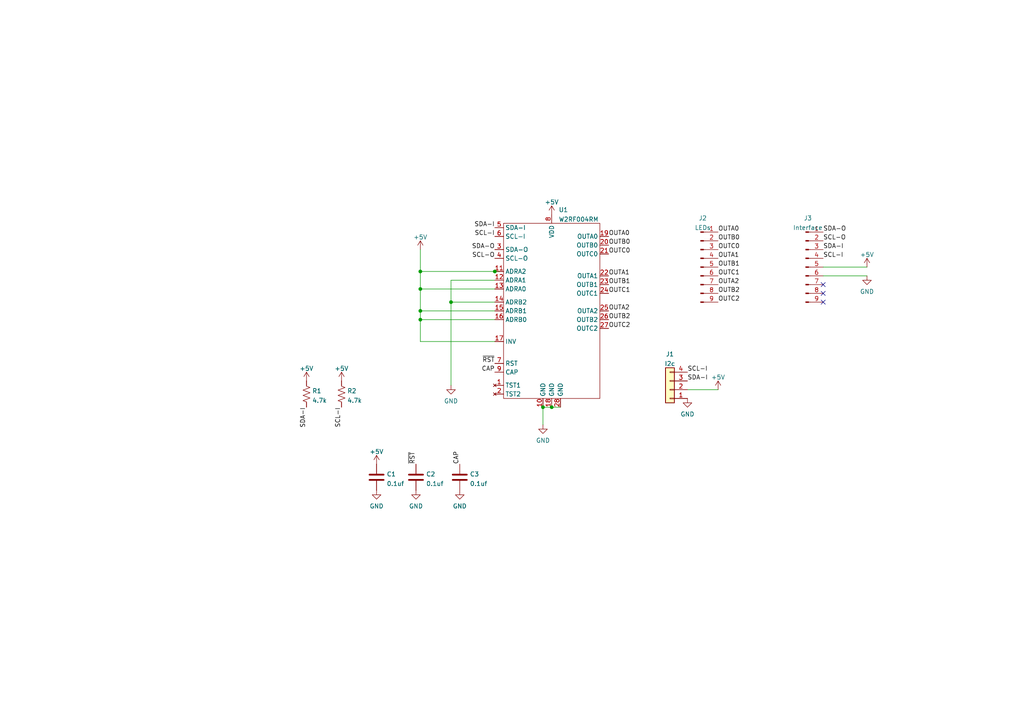
<source format=kicad_sch>
(kicad_sch (version 20211123) (generator eeschema)
  (paper "A4")
  (title_block (title "W2RF004RM Breakout") (date "2022-02-05") (rev "v1") (comment 1 "CC BY 4.0") (comment 2 "https://creativecommons.org/licenses/by/4.0/"))
  (lib_symbols
    (symbol "Connector:Conn_01x09_Male" (pin_names (offset 1.016) hide)
      (property "Reference" "J" (at 0 12.7 0))
      (property "Value" "Conn_01x09_Male" (at 0 -12.7 0))
      (symbol "Conn_01x09_Male_1_1"
        (polyline (pts (xy 1.27 -10.16) (xy 0.8636 -10.16)) (stroke (width 0.1524)))
        (polyline (pts (xy 1.27 -7.62) (xy 0.8636 -7.62)) (stroke (width 0.1524)))
        (polyline (pts (xy 1.27 -5.08) (xy 0.8636 -5.08)) (stroke (width 0.1524)))
        (polyline (pts (xy 1.27 -2.54) (xy 0.8636 -2.54)) (stroke (width 0.1524)))
        (polyline (pts (xy 1.27 0) (xy 0.8636 0)) (stroke (width 0.1524)))
        (polyline (pts (xy 1.27 2.54) (xy 0.8636 2.54)) (stroke (width 0.1524)))
        (polyline (pts (xy 1.27 5.08) (xy 0.8636 5.08)) (stroke (width 0.1524)))
        (polyline (pts (xy 1.27 7.62) (xy 0.8636 7.62)) (stroke (width 0.1524)))
        (polyline (pts (xy 1.27 10.16) (xy 0.8636 10.16)) (stroke (width 0.1524)))
        (rectangle (start 0.8636 -10.033) (end 0 -10.287) (stroke (width 0.1524)) (fill (type outline)))
        (rectangle (start 0.8636 -7.493) (end 0 -7.747) (stroke (width 0.1524)) (fill (type outline)))
        (rectangle (start 0.8636 -4.953) (end 0 -5.207) (stroke (width 0.1524)) (fill (type outline)))
        (rectangle (start 0.8636 -2.413) (end 0 -2.667) (stroke (width 0.1524)) (fill (type outline)))
        (rectangle (start 0.8636 0.127) (end 0 -0.127) (stroke (width 0.1524)) (fill (type outline)))
        (rectangle (start 0.8636 2.667) (end 0 2.413) (stroke (width 0.1524)) (fill (type outline)))
        (rectangle (start 0.8636 5.207) (end 0 4.953) (stroke (width 0.1524)) (fill (type outline)))
        (rectangle (start 0.8636 7.747) (end 0 7.493) (stroke (width 0.1524)) (fill (type outline)))
        (rectangle (start 0.8636 10.287) (end 0 10.033) (stroke (width 0.1524)) (fill (type outline)))
        (pin passive line (at 5.08 10.16 180) (length 3.81) (name "Pin_1") (number "1"))
        (pin passive line (at 5.08 7.62 180) (length 3.81) (name "Pin_2") (number "2"))
        (pin passive line (at 5.08 5.08 180) (length 3.81) (name "Pin_3") (number "3"))
        (pin passive line (at 5.08 2.54 180) (length 3.81) (name "Pin_4") (number "4"))
        (pin passive line (at 5.08 0 180) (length 3.81) (name "Pin_5") (number "5"))
        (pin passive line (at 5.08 -2.54 180) (length 3.81) (name "Pin_6") (number "6"))
        (pin passive line (at 5.08 -5.08 180) (length 3.81) (name "Pin_7") (number "7"))
        (pin passive line (at 5.08 -7.62 180) (length 3.81) (name "Pin_8") (number "8"))
        (pin passive line (at 5.08 -10.16 180) (length 3.81) (name "Pin_9") (number "9"))
      )
    )
    (symbol "Connector_Generic:Conn_01x04" (pin_names (offset 1.016) hide)
      (property "Reference" "J" (at 0 5.08 0))
      (property "Value" "Conn_01x04" (at 0 -7.62 0))
      (symbol "Conn_01x04_1_1"
        (rectangle (start -1.27 -4.953) (end 0 -5.207) (stroke (width 0.1524)))
        (rectangle (start -1.27 -2.413) (end 0 -2.667) (stroke (width 0.1524)))
        (rectangle (start -1.27 0.127) (end 0 -0.127) (stroke (width 0.1524)))
        (rectangle (start -1.27 2.667) (end 0 2.413) (stroke (width 0.1524)))
        (rectangle (start -1.27 3.81) (end 1.27 -6.35) (stroke (width 0.254)) (fill (type background)))
        (pin passive line (at -5.08 2.54 0) (length 3.81) (name "Pin_1") (number "1"))
        (pin passive line (at -5.08 0 0) (length 3.81) (name "Pin_2") (number "2"))
        (pin passive line (at -5.08 -2.54 0) (length 3.81) (name "Pin_3") (number "3"))
        (pin passive line (at -5.08 -5.08 0) (length 3.81) (name "Pin_4") (number "4"))
      )
    )
    (symbol "Device:C" (pin_numbers hide) (pin_names (offset 0.254))
      (property "Reference" "C" (at 0.635 2.54 0))
      (property "Value" "C" (at 0.635 -2.54 0))
      (symbol "C_0_1"
        (polyline (pts (xy -2.032 -0.762) (xy 2.032 -0.762)) (stroke (width 0.508)))
        (polyline (pts (xy -2.032 0.762) (xy 2.032 0.762)) (stroke (width 0.508)))
      )
      (symbol "C_1_1"
        (pin passive line (at 0 3.81 270) (length 2.794) (name "~") (number "1"))
        (pin passive line (at 0 -3.81 90) (length 2.794) (name "~") (number "2"))
      )
    )
    (symbol "Device:R_US" (pin_numbers hide) (pin_names (offset 0))
      (property "Reference" "R" (at 2.54 0 90))
      (property "Value" "R_US" (at -2.54 0 90))
      (symbol "R_US_0_1"
        (polyline (pts (xy 0 -2.286) (xy 0 -2.54)))
        (polyline (pts (xy 0 2.286) (xy 0 2.54)))
        (polyline (pts (xy 0 -0.762) (xy 1.016 -1.143) (xy 0 -1.524) (xy -1.016 -1.905) (xy 0 -2.286)))
        (polyline (pts (xy 0 0.762) (xy 1.016 0.381) (xy 0 0) (xy -1.016 -0.381) (xy 0 -0.762)))
        (polyline (pts (xy 0 2.286) (xy 1.016 1.905) (xy 0 1.524) (xy -1.016 1.143) (xy 0 0.762)))
      )
      (symbol "R_US_1_1"
        (pin passive line (at 0 3.81 270) (length 1.27) (name "~") (number "1"))
        (pin passive line (at 0 -3.81 90) (length 1.27) (name "~") (number "2"))
      )
    )
    (symbol "Driver_LED:W2RF004RM"
      (property "Reference" "U" (at 0 0 0))
      (property "Value" "W2RF004RM" (at 0 -2.54 0))
      (symbol "W2RF004RM_0_1"
        (rectangle (start -13.97 25.4) (end 13.97 -25.4) (stroke (width 0.1524)))
      )
      (symbol "W2RF004RM_1_1"
        (pin no_connect line (at -16.51 -21.59 0) (length 2.54) (name "TST1") (number "1"))
        (pin power_in line (at -2.54 -27.94 90) (length 2.54) (name "GND") (number "10"))
        (pin input line (at -16.51 11.43 0) (length 2.54) (name "ADRA2") (number "11"))
        (pin input line (at -16.51 8.89 0) (length 2.54) (name "ADRA1") (number "12"))
        (pin input line (at -16.51 6.35 0) (length 2.54) (name "ADRA0") (number "13"))
        (pin input line (at -16.51 2.54 0) (length 2.54) (name "ADRB2") (number "14"))
        (pin input line (at -16.51 0 0) (length 2.54) (name "ADRB1") (number "15"))
        (pin input line (at -16.51 -2.54 0) (length 2.54) (name "ADRB0") (number "16"))
        (pin input line (at -16.51 -8.89 0) (length 2.54) (name "INV") (number "17"))
        (pin power_in line (at 0 -27.94 90) (length 2.54) (name "GND") (number "18"))
        (pin output line (at 16.51 21.59 180) (length 2.54) (name "OUTA0") (number "19"))
        (pin no_connect line (at -16.51 -24.13 0) (length 2.54) (name "TST2") (number "2"))
        (pin output line (at 16.51 19.05 180) (length 2.54) (name "OUTB0") (number "20"))
        (pin output line (at 16.51 16.51 180) (length 2.54) (name "OUTC0") (number "21"))
        (pin output line (at 16.51 10.16 180) (length 2.54) (name "OUTA1") (number "22"))
        (pin output line (at 16.51 7.62 180) (length 2.54) (name "OUTB1") (number "23"))
        (pin output line (at 16.51 5.08 180) (length 2.54) (name "OUTC1") (number "24"))
        (pin output line (at 16.51 0 180) (length 2.54) (name "OUTA2") (number "25"))
        (pin output line (at 16.51 -2.54 180) (length 2.54) (name "OUTB2") (number "26"))
        (pin output line (at 16.51 -5.08 180) (length 2.54) (name "OUTC2") (number "27"))
        (pin power_in line (at 2.54 -27.94 90) (length 2.54) (name "GND") (number "28"))
        (pin input line (at -16.51 17.78 0) (length 2.54) (name "SDA-O") (number "3"))
        (pin input line (at -16.51 15.24 0) (length 2.54) (name "SCL-O") (number "4"))
        (pin input line (at -16.51 24.13 0) (length 2.54) (name "SDA-I") (number "5"))
        (pin input line (at -16.51 21.59 0) (length 2.54) (name "SCL-I") (number "6"))
        (pin input line (at -16.51 -15.24 0) (length 2.54) (name "RST") (number "7"))
        (pin power_in line (at 0 27.94 270) (length 2.54) (name "VDD") (number "8"))
        (pin input line (at -16.51 -17.78 0) (length 2.54) (name "CAP") (number "9"))
      )
    )
    (symbol "power:+5V" (power) (pin_names (offset 0))
      (property "Value" "+5V" (at 0 3.556 0))
      (symbol "+5V_0_1"
        (polyline (pts (xy -0.762 1.27) (xy 0 2.54)))
        (polyline (pts (xy 0 0) (xy 0 2.54)))
        (polyline (pts (xy 0 2.54) (xy 0.762 1.27)))
      )
      (symbol "+5V_1_1"
        (pin power_in line (at 0 0 90) (length 0) hide (name "+5V") (number "1"))
      )
    )
    (symbol "power:GND" (power) (pin_names (offset 0))
      (property "Value" "GND" (at 0 -3.81 0))
      (symbol "GND_0_1"
        (polyline (pts (xy 0 0) (xy 0 -1.27) (xy 1.27 -1.27) (xy 0 -2.54) (xy -1.27 -1.27) (xy 0 -1.27)))
      )
      (symbol "GND_1_1"
        (pin power_in line (at 0 0 270) (length 0) hide (name "GND") (number "1"))
      )
    )
  )
  (junction (at 130.81 87.63))
  (junction (at 121.92 90.17))
  (junction (at 157.48 118.11))
  (junction (at 121.92 92.71))
  (junction (at 143.51 78.74))
  (junction (at 121.92 78.74))
  (junction (at 160.02 118.11))
  (junction (at 121.92 83.82))
  (no_connect (at 238.76 82.55))
  (no_connect (at 238.76 85.09))
  (no_connect (at 238.76 87.63))
  (wire (pts (xy 199.39 113.03) (xy 208.28 113.03)))
  (wire (pts (xy 160.02 118.11) (xy 162.56 118.11)))
  (wire (pts (xy 143.51 83.82) (xy 121.92 83.82)))
  (wire (pts (xy 144.78 78.74) (xy 143.51 78.74)))
  (wire (pts (xy 143.51 87.63) (xy 130.81 87.63)))
  (wire (pts (xy 238.76 77.47) (xy 251.46 77.47)))
  (wire (pts (xy 238.76 80.01) (xy 251.46 80.01)))
  (wire (pts (xy 157.48 118.11) (xy 160.02 118.11)))
  (wire (pts (xy 130.81 87.63) (xy 130.81 111.76)))
  (wire (pts (xy 157.48 118.11) (xy 157.48 123.19)))
  (wire (pts (xy 143.51 90.17) (xy 121.92 90.17)))
  (wire (pts (xy 121.92 78.74) (xy 121.92 72.39)))
  (wire (pts (xy 121.92 99.06) (xy 121.92 92.71)))
  (wire (pts (xy 143.51 99.06) (xy 121.92 99.06)))
  (wire (pts (xy 143.51 78.74) (xy 121.92 78.74)))
  (wire (pts (xy 121.92 90.17) (xy 121.92 83.82)))
  (wire (pts (xy 143.51 92.71) (xy 121.92 92.71)))
  (wire (pts (xy 121.92 83.82) (xy 121.92 78.74)))
  (wire (pts (xy 143.51 81.28) (xy 130.81 81.28)))
  (wire (pts (xy 130.81 81.28) (xy 130.81 87.63)))
  (wire (pts (xy 121.92 92.71) (xy 121.92 90.17)))
  (label "OUTA2" (at 208.28 82.55 0))
  (label "OUTA0" (at 176.53 68.58 0))
  (label "OUTA2" (at 176.53 90.17 0))
  (label "~{RST}" (at 120.65 134.62 90))
  (label "OUTC2" (at 176.53 95.25 0))
  (label "SDA-I" (at 238.76 72.39 0))
  (label "SDA-O" (at 143.51 72.39 180))
  (label "OUTA1" (at 176.53 80.01 0))
  (label "OUTB1" (at 176.53 82.55 0))
  (label "OUTC1" (at 176.53 85.09 0))
  (label "OUTA1" (at 208.28 74.93 0))
  (label "SCL-I" (at 199.39 107.95 0))
  (label "SDA-I" (at 88.9 118.11 270))
  (label "~{RST}" (at 143.51 105.41 180))
  (label "OUTB0" (at 208.28 69.85 0))
  (label "OUTB2" (at 176.53 92.71 0))
  (label "OUTC2" (at 208.28 87.63 0))
  (label "CAP" (at 143.51 107.95 180))
  (label "SCL-I" (at 143.51 68.58 180))
  (label "SCL-I" (at 99.06 118.11 270))
  (label "OUTC1" (at 208.28 80.01 0))
  (label "SCL-O" (at 238.76 69.85 0))
  (label "OUTC0" (at 208.28 72.39 0))
  (label "OUTB0" (at 176.53 71.12 0))
  (label "SDA-O" (at 238.76 67.31 0))
  (label "SDA-I" (at 143.51 66.04 180))
  (label "SCL-O" (at 143.51 74.93 180))
  (label "SCL-I" (at 238.76 74.93 0))
  (label "OUTA0" (at 208.28 67.31 0))
  (label "CAP" (at 133.35 134.62 90))
  (label "OUTB1" (at 208.28 77.47 0))
  (label "OUTC0" (at 176.53 73.66 0))
  (label "SDA-I" (at 199.39 110.49 0))
  (label "OUTB2" (at 208.28 85.09 0))
  (symbol (lib_id "power:+5V") (at 121.92 72.39 0) (unit 1)
    (property "Reference" "#PWR0102" (effects hide))
    (property "Value" "+5V" (at 121.92 68.7855 0))
  )
  (symbol (lib_id "Device:R_US") (at 99.06 114.3 0) (unit 1)
    (property "Reference" "R2" (at 100.711 113.3915 0) (effects (justify left)))
    (property "Value" "4.7k" (at 100.711 116.1666 0) (effects (justify left)))
    (property "Footprint" "Resistor_SMD:R_1206_3216Metric_Pad1.30x1.75mm_HandSolder" (effects hide))
  )
  (symbol (lib_id "power:+5V") (at 88.9 110.49 0) (unit 1)
    (property "Reference" "#PWR0104" (effects hide))
    (property "Value" "+5V" (at 88.9 106.8855 0))
  )
  (symbol (lib_id "power:+5V") (at 99.06 110.49 0) (unit 1)
    (property "Reference" "#PWR0105" (effects hide))
    (property "Value" "+5V" (at 99.06 106.8855 0))
  )
  (symbol (lib_id "Device:C") (at 109.22 138.43 0) (unit 1)
    (property "Reference" "C1" (at 112.141 137.5215 0) (effects (justify left)))
    (property "Value" "0.1uf" (at 112.141 140.2966 0) (effects (justify left)))
    (property "Footprint" "Capacitor_SMD:C_1206_3216Metric_Pad1.33x1.80mm_HandSolder" (effects hide))
  )
  (symbol (lib_id "Device:C") (at 120.65 138.43 0) (unit 1)
    (property "Reference" "C2" (at 123.571 137.5215 0) (effects (justify left)))
    (property "Value" "0.1uf" (at 123.571 140.2966 0) (effects (justify left)))
    (property "Footprint" "Capacitor_SMD:C_1206_3216Metric_Pad1.33x1.80mm_HandSolder" (effects hide))
  )
  (symbol (lib_id "power:GND") (at 109.22 142.24 0) (unit 1)
    (property "Reference" "#PWR0109" (effects hide))
    (property "Value" "GND" (at 109.22 146.8025 0))
  )
  (symbol (lib_id "power:GND") (at 120.65 142.24 0) (unit 1)
    (property "Reference" "#PWR0108" (effects hide))
    (property "Value" "GND" (at 120.65 146.8025 0))
  )
  (symbol (lib_id "power:+5V") (at 160.02 62.23 0) (unit 1)
    (property "Reference" "#PWR0101" (effects hide))
    (property "Value" "+5V" (at 160.02 58.6255 0))
  )
  (symbol (lib_id "Connector_Generic:Conn_01x04") (at 194.31 113.03 180) (unit 1)
    (property "Reference" "J1" (at 194.31 102.7135 0))
    (property "Value" "I2c" (at 194.31 105.4886 0))
    (property "Footprint" "Connector_JST:JST_SH_BM04B-SRSS-TB_1x04-1MP_P1.00mm_Vertical" (effects hide))
  )
  (symbol (lib_id "Device:C") (at 133.35 138.43 0) (unit 1)
    (property "Reference" "C3" (at 136.271 137.5215 0) (effects (justify left)))
    (property "Value" "0.1uf" (at 136.271 140.2966 0) (effects (justify left)))
    (property "Footprint" "Capacitor_SMD:C_1206_3216Metric_Pad1.33x1.80mm_HandSolder" (effects hide))
  )
  (symbol (lib_id "power:GND") (at 251.46 80.01 0) (unit 1)
    (property "Reference" "#PWR0111" (effects hide))
    (property "Value" "GND" (at 251.46 84.5725 0))
  )
  (symbol (lib_id "Driver_LED:W2RF004RM") (at 160.02 90.17 0) (unit 1)
    (property "Reference" "U1" (at 162.0394 60.8543 0) (effects (justify left)))
    (property "Value" "W2RF004RM" (at 162.0394 63.6294 0) (effects (justify left)))
    (property "Footprint" "Package_SO:SSOP-28_5.3x10.2mm_P0.65mm" (effects hide))
  )
  (symbol (lib_id "power:GND") (at 130.81 111.76 0) (unit 1)
    (property "Reference" "#PWR0110" (effects hide))
    (property "Value" "GND" (at 130.81 116.3225 0))
  )
  (symbol (lib_id "power:+5V") (at 208.28 113.03 0) (unit 1)
    (property "Reference" "#PWR0113" (effects hide))
    (property "Value" "+5V" (at 208.28 109.4255 0))
  )
  (symbol (lib_id "Connector:Conn_01x09_Male") (at 203.2 77.47 0) (unit 1)
    (property "Reference" "J2" (at 203.835 63.2673 0))
    (property "Value" "LEDs" (at 203.835 66.0424 0))
    (property "Footprint" "Connector_PinHeader_2.54mm:PinHeader_1x09_P2.54mm_Vertical" (effects hide))
  )
  (symbol (lib_id "Device:R_US") (at 88.9 114.3 0) (unit 1)
    (property "Reference" "R1" (at 90.551 113.3915 0) (effects (justify left)))
    (property "Value" "4.7k" (at 90.551 116.1666 0) (effects (justify left)))
    (property "Footprint" "Resistor_SMD:R_1206_3216Metric_Pad1.30x1.75mm_HandSolder" (effects hide))
  )
  (symbol (lib_id "Connector:Conn_01x09_Male") (at 233.68 77.47 0) (unit 1)
    (property "Reference" "J3" (at 234.315 63.2673 0))
    (property "Value" "Interface" (at 234.315 66.0424 0))
    (property "Footprint" "Connector_PinHeader_2.54mm:PinHeader_1x09_P2.54mm_Vertical" (effects hide))
  )
  (symbol (lib_id "power:GND") (at 199.39 115.57 0) (unit 1)
    (property "Reference" "#PWR0114" (effects hide))
    (property "Value" "GND" (at 199.39 120.1325 0))
  )
  (symbol (lib_id "power:+5V") (at 251.46 77.47 0) (unit 1)
    (property "Reference" "#PWR0112" (effects hide))
    (property "Value" "+5V" (at 251.46 73.8655 0))
  )
  (symbol (lib_id "power:GND") (at 157.48 123.19 0) (unit 1)
    (property "Reference" "#PWR0103" (effects hide))
    (property "Value" "GND" (at 157.48 127.7525 0))
  )
  (symbol (lib_id "power:+5V") (at 109.22 134.62 0) (unit 1)
    (property "Reference" "#PWR0106" (effects hide))
    (property "Value" "+5V" (at 109.22 131.0155 0))
  )
  (symbol (lib_id "power:GND") (at 133.35 142.24 0) (unit 1)
    (property "Reference" "#PWR0107" (effects hide))
    (property "Value" "GND" (at 133.35 146.8025 0))
  )
)
</source>
